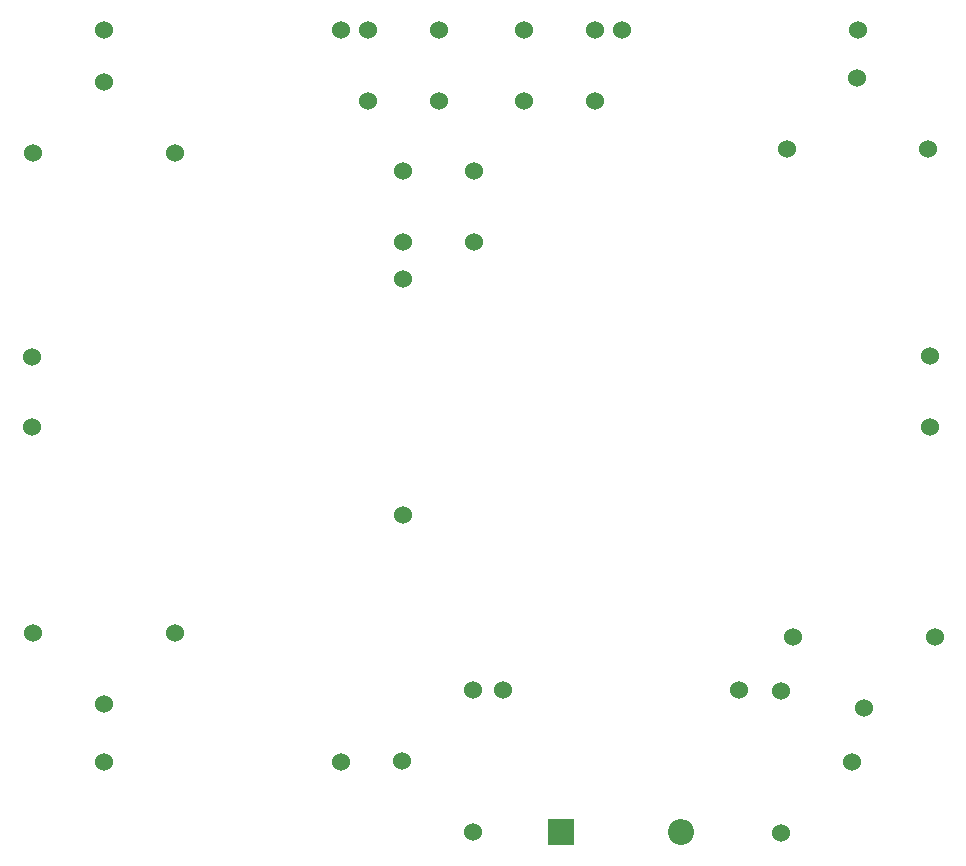
<source format=gbr>
%TF.GenerationSoftware,KiCad,Pcbnew,(6.0.7)*%
%TF.CreationDate,2022-08-28T03:54:24+08:00*%
%TF.ProjectId,6_1k,365f316b-2e6b-4696-9361-645f70636258,rev?*%
%TF.SameCoordinates,Original*%
%TF.FileFunction,Copper,L2,Bot*%
%TF.FilePolarity,Positive*%
%FSLAX46Y46*%
G04 Gerber Fmt 4.6, Leading zero omitted, Abs format (unit mm)*
G04 Created by KiCad (PCBNEW (6.0.7)) date 2022-08-28 03:54:24*
%MOMM*%
%LPD*%
G01*
G04 APERTURE LIST*
%TA.AperFunction,ComponentPad*%
%ADD10C,1.524000*%
%TD*%
%TA.AperFunction,ComponentPad*%
%ADD11R,2.200000X2.200000*%
%TD*%
%TA.AperFunction,ComponentPad*%
%ADD12O,2.200000X2.200000*%
%TD*%
G04 APERTURE END LIST*
D10*
%TO.P,E1,1,V+*%
%TO.N,Net-(E1-Pad1)*%
X47320200Y-88344000D03*
%TO.P,E1,2,V-*%
%TO.N,Net-(E1-Pad2)*%
X47320200Y-94344000D03*
%TD*%
%TO.P,Rl1,1,Com*%
%TO.N,Net-(R3-Pad2)*%
X78638400Y-122580400D03*
%TO.P,Rl1,2,NC*%
%TO.N,Net-(D1-Pad1)*%
X84638400Y-128580400D03*
%TO.P,Rl1,3,NO*%
%TO.N,Net-(R5-Pad1)*%
X84638400Y-116580400D03*
%TD*%
%TO.P,P3,4,4*%
%TO.N,unconnected-(P3-Pad4)*%
X84740000Y-72618600D03*
%TO.P,P3,3,3*%
%TO.N,Net-(P1-Pad3)*%
X78740000Y-72618600D03*
%TO.P,P3,2,2*%
%TO.N,Net-(P3-Pad1)*%
X84740000Y-78618600D03*
%TO.P,P3,1,1*%
X78740000Y-78618600D03*
%TD*%
%TO.P,E2,1,V+*%
%TO.N,Net-(E2-Pad1)*%
X123342400Y-88287600D03*
%TO.P,E2,2,V-*%
%TO.N,Net-(E2-Pad2)*%
X123342400Y-94287600D03*
%TD*%
%TO.P,R5,1*%
%TO.N,Net-(R5-Pad1)*%
X87177600Y-116535200D03*
%TO.P,R5,2*%
%TO.N,Net-(R5-Pad2)*%
X107177600Y-116535200D03*
%TD*%
%TO.P,P1,1,1*%
%TO.N,Net-(P1-Pad1)*%
X75788000Y-60680600D03*
%TO.P,P1,2,2*%
%TO.N,unconnected-(P1-Pad2)*%
X75788000Y-66680600D03*
%TO.P,P1,3,3*%
%TO.N,Net-(P1-Pad3)*%
X81788000Y-60680600D03*
%TO.P,P1,4,4*%
X81788000Y-66680600D03*
%TD*%
%TO.P,Rl5,1,Com*%
%TO.N,Net-(R2-Pad2)*%
X117201200Y-64764400D03*
%TO.P,Rl5,2,NO*%
%TO.N,Net-(Rl5-Pad2)*%
X111201200Y-70764400D03*
%TO.P,Rl5,3,NC*%
%TO.N,Net-(E2-Pad1)*%
X123201200Y-70764400D03*
%TD*%
%TO.P,R4,1*%
%TO.N,Net-(R4-Pad1)*%
X53449200Y-122631200D03*
%TO.P,R4,2*%
%TO.N,Net-(R3-Pad2)*%
X73449200Y-122631200D03*
%TD*%
%TO.P,Rl3,1,Com*%
%TO.N,Net-(R1-Pad1)*%
X53441600Y-65074800D03*
%TO.P,Rl3,2,NC*%
%TO.N,Net-(E1-Pad1)*%
X47441600Y-71074800D03*
%TO.P,Rl3,3,NO*%
%TO.N,Net-(Rl3-Pad3)*%
X59441600Y-71074800D03*
%TD*%
%TO.P,R1,1*%
%TO.N,Net-(R1-Pad1)*%
X53449200Y-60731400D03*
%TO.P,R1,2*%
%TO.N,Net-(P1-Pad1)*%
X73449200Y-60731400D03*
%TD*%
%TO.P,R2,1*%
%TO.N,Net-(P2-Pad1)*%
X97264200Y-60706000D03*
%TO.P,R2,2*%
%TO.N,Net-(R2-Pad2)*%
X117264200Y-60706000D03*
%TD*%
D11*
%TO.P,D1,1,K*%
%TO.N,Net-(D1-Pad1)*%
X92097600Y-128625600D03*
D12*
%TO.P,D1,2,A*%
%TO.N,Net-(D1-Pad2)*%
X102257600Y-128625600D03*
%TD*%
D10*
%TO.P,R3,1*%
%TO.N,Net-(P3-Pad1)*%
X78740000Y-81770200D03*
%TO.P,R3,2*%
%TO.N,Net-(R3-Pad2)*%
X78740000Y-101770200D03*
%TD*%
%TO.P,P2,4,4*%
%TO.N,Net-(P1-Pad3)*%
X88948000Y-66703200D03*
%TO.P,P2,3,3*%
X88948000Y-60703200D03*
%TO.P,P2,2,2*%
%TO.N,unconnected-(P2-Pad2)*%
X94948000Y-66703200D03*
%TO.P,P2,1,1*%
%TO.N,Net-(P2-Pad1)*%
X94948000Y-60703200D03*
%TD*%
%TO.P,Rl2,1,Com*%
%TO.N,Net-(Rl2-Pad1)*%
X116766600Y-122659400D03*
%TO.P,Rl2,2,NC*%
%TO.N,Net-(D1-Pad2)*%
X110766600Y-128659400D03*
%TO.P,Rl2,3,NO*%
%TO.N,Net-(R5-Pad2)*%
X110766600Y-116659400D03*
%TD*%
%TO.P,Rl6,1,Com*%
%TO.N,Net-(Rl2-Pad1)*%
X117734600Y-118084600D03*
%TO.P,Rl6,2,NO*%
%TO.N,Net-(Rl5-Pad2)*%
X111734600Y-112084600D03*
%TO.P,Rl6,3,NC*%
%TO.N,Net-(E2-Pad2)*%
X123734600Y-112084600D03*
%TD*%
%TO.P,Rl4,1,Com*%
%TO.N,Net-(R4-Pad1)*%
X53441600Y-117714800D03*
%TO.P,Rl4,2,NC*%
%TO.N,Net-(E1-Pad2)*%
X47441600Y-111714800D03*
%TO.P,Rl4,3,NO*%
%TO.N,Net-(Rl3-Pad3)*%
X59441600Y-111714800D03*
%TD*%
M02*

</source>
